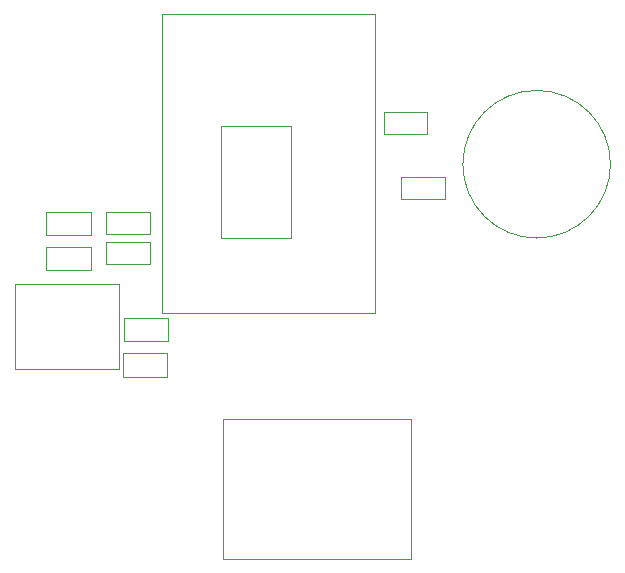
<source format=gbr>
%TF.GenerationSoftware,KiCad,Pcbnew,7.0.9*%
%TF.CreationDate,2024-01-16T21:18:43+00:00*%
%TF.ProjectId,egg-timer,6567672d-7469-46d6-9572-2e6b69636164,rev?*%
%TF.SameCoordinates,Original*%
%TF.FileFunction,Other,User*%
%FSLAX46Y46*%
G04 Gerber Fmt 4.6, Leading zero omitted, Abs format (unit mm)*
G04 Created by KiCad (PCBNEW 7.0.9) date 2024-01-16 21:18:43*
%MOMM*%
%LPD*%
G01*
G04 APERTURE LIST*
%ADD10C,0.050000*%
G04 APERTURE END LIST*
D10*
%TO.C,R2*%
X135350000Y-79450000D02*
X135350000Y-77550000D01*
X135350000Y-77550000D02*
X131650000Y-77550000D01*
X131650000Y-79450000D02*
X135350000Y-79450000D01*
X131650000Y-77550000D02*
X131650000Y-79450000D01*
%TO.C,C3*%
X109582500Y-98020000D02*
X109582500Y-99980000D01*
X109582500Y-99980000D02*
X113342500Y-99980000D01*
X113342500Y-98020000D02*
X109582500Y-98020000D01*
X113342500Y-99980000D02*
X113342500Y-98020000D01*
%TO.C,R3*%
X108150000Y-86050000D02*
X108150000Y-87950000D01*
X108150000Y-87950000D02*
X111850000Y-87950000D01*
X111850000Y-86050000D02*
X108150000Y-86050000D01*
X111850000Y-87950000D02*
X111850000Y-86050000D01*
%TO.C,R1*%
X133150000Y-83050000D02*
X133150000Y-84950000D01*
X133150000Y-84950000D02*
X136850000Y-84950000D01*
X136850000Y-83050000D02*
X133150000Y-83050000D01*
X136850000Y-84950000D02*
X136850000Y-83050000D01*
%TO.C,C4*%
X109620000Y-95020000D02*
X109620000Y-96980000D01*
X109620000Y-96980000D02*
X113380000Y-96980000D01*
X113380000Y-95020000D02*
X109620000Y-95020000D01*
X113380000Y-96980000D02*
X113380000Y-95020000D01*
%TO.C,C1*%
X103082500Y-86020000D02*
X103082500Y-87980000D01*
X103082500Y-87980000D02*
X106842500Y-87980000D01*
X106842500Y-86020000D02*
X103082500Y-86020000D01*
X106842500Y-87980000D02*
X106842500Y-86020000D01*
%TO.C,U5*%
X123815000Y-78750000D02*
X123815000Y-88250000D01*
X117915000Y-78750000D02*
X123815000Y-78750000D01*
X117915000Y-78750000D02*
X117915000Y-88250000D01*
X117915000Y-88250000D02*
X123815000Y-88250000D01*
%TO.C,U1*%
X130950000Y-94600000D02*
X130950000Y-69300000D01*
X130950000Y-69300000D02*
X112850000Y-69300000D01*
X112850000Y-94600000D02*
X130950000Y-94600000D01*
X112850000Y-69300000D02*
X112850000Y-94600000D01*
%TO.C,U4*%
X100450000Y-92100000D02*
X109250000Y-92100000D01*
X100450000Y-99300000D02*
X100450000Y-92100000D01*
X109250000Y-92100000D02*
X109250000Y-99300000D01*
X109250000Y-99300000D02*
X100450000Y-99300000D01*
%TO.C,C2*%
X103082500Y-89020000D02*
X103082500Y-90980000D01*
X103082500Y-90980000D02*
X106842500Y-90980000D01*
X106842500Y-89020000D02*
X103082500Y-89020000D01*
X106842500Y-90980000D02*
X106842500Y-89020000D01*
%TO.C,BZ1*%
X150850000Y-82000000D02*
G75*
G03*
X150850000Y-82000000I-6250000J0D01*
G01*
%TO.C,R4*%
X108150000Y-88550000D02*
X108150000Y-90450000D01*
X108150000Y-90450000D02*
X111850000Y-90450000D01*
X111850000Y-88550000D02*
X108150000Y-88550000D01*
X111850000Y-90450000D02*
X111850000Y-88550000D01*
%TO.C,U2*%
X133935000Y-103570000D02*
X133935000Y-115430000D01*
X118035000Y-103570000D02*
X133935000Y-103570000D01*
X133935000Y-115430000D02*
X118035000Y-115430000D01*
X118035000Y-115430000D02*
X118035000Y-103570000D01*
%TD*%
M02*

</source>
